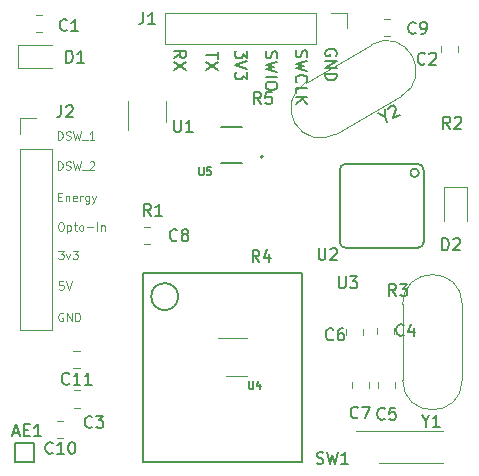
<source format=gto>
G04 #@! TF.GenerationSoftware,KiCad,Pcbnew,5.1.7-a382d34a8~88~ubuntu18.04.1*
G04 #@! TF.CreationDate,2021-11-20T11:26:47+05:30*
G04 #@! TF.ProjectId,FrontEnd_switch_Normal_v1,46726f6e-7445-46e6-945f-737769746368,rev?*
G04 #@! TF.SameCoordinates,Original*
G04 #@! TF.FileFunction,Legend,Top*
G04 #@! TF.FilePolarity,Positive*
%FSLAX46Y46*%
G04 Gerber Fmt 4.6, Leading zero omitted, Abs format (unit mm)*
G04 Created by KiCad (PCBNEW 5.1.7-a382d34a8~88~ubuntu18.04.1) date 2021-11-20 11:26:47*
%MOMM*%
%LPD*%
G01*
G04 APERTURE LIST*
%ADD10C,0.100000*%
%ADD11C,0.150000*%
%ADD12C,0.200000*%
%ADD13C,0.127000*%
%ADD14C,0.120000*%
G04 APERTURE END LIST*
D10*
X100547186Y-103251206D02*
X100213853Y-103251206D01*
X100180520Y-103584540D01*
X100213853Y-103551206D01*
X100280520Y-103517873D01*
X100447186Y-103517873D01*
X100513853Y-103551206D01*
X100547186Y-103584540D01*
X100580520Y-103651206D01*
X100580520Y-103817873D01*
X100547186Y-103884540D01*
X100513853Y-103917873D01*
X100447186Y-103951206D01*
X100280520Y-103951206D01*
X100213853Y-103917873D01*
X100180520Y-103884540D01*
X100780520Y-103251206D02*
X101013853Y-103951206D01*
X101247186Y-103251206D01*
X100131666Y-100652786D02*
X100565000Y-100652786D01*
X100331666Y-100919453D01*
X100431666Y-100919453D01*
X100498333Y-100952786D01*
X100531666Y-100986120D01*
X100565000Y-101052786D01*
X100565000Y-101219453D01*
X100531666Y-101286120D01*
X100498333Y-101319453D01*
X100431666Y-101352786D01*
X100231666Y-101352786D01*
X100165000Y-101319453D01*
X100131666Y-101286120D01*
X100798333Y-100886120D02*
X100965000Y-101352786D01*
X101131666Y-100886120D01*
X101331666Y-100652786D02*
X101765000Y-100652786D01*
X101531666Y-100919453D01*
X101631666Y-100919453D01*
X101698333Y-100952786D01*
X101731666Y-100986120D01*
X101765000Y-101052786D01*
X101765000Y-101219453D01*
X101731666Y-101286120D01*
X101698333Y-101319453D01*
X101631666Y-101352786D01*
X101431666Y-101352786D01*
X101365000Y-101319453D01*
X101331666Y-101286120D01*
X100101113Y-91235966D02*
X100101113Y-90535966D01*
X100267780Y-90535966D01*
X100367780Y-90569300D01*
X100434446Y-90635966D01*
X100467780Y-90702633D01*
X100501113Y-90835966D01*
X100501113Y-90935966D01*
X100467780Y-91069300D01*
X100434446Y-91135966D01*
X100367780Y-91202633D01*
X100267780Y-91235966D01*
X100101113Y-91235966D01*
X100767780Y-91202633D02*
X100867780Y-91235966D01*
X101034446Y-91235966D01*
X101101113Y-91202633D01*
X101134446Y-91169300D01*
X101167780Y-91102633D01*
X101167780Y-91035966D01*
X101134446Y-90969300D01*
X101101113Y-90935966D01*
X101034446Y-90902633D01*
X100901113Y-90869300D01*
X100834446Y-90835966D01*
X100801113Y-90802633D01*
X100767780Y-90735966D01*
X100767780Y-90669300D01*
X100801113Y-90602633D01*
X100834446Y-90569300D01*
X100901113Y-90535966D01*
X101067780Y-90535966D01*
X101167780Y-90569300D01*
X101401113Y-90535966D02*
X101567780Y-91235966D01*
X101701113Y-90735966D01*
X101834446Y-91235966D01*
X102001113Y-90535966D01*
X102101113Y-91302633D02*
X102634446Y-91302633D01*
X103167780Y-91235966D02*
X102767780Y-91235966D01*
X102967780Y-91235966D02*
X102967780Y-90535966D01*
X102901113Y-90635966D01*
X102834446Y-90702633D01*
X102767780Y-90735966D01*
X100505326Y-105941380D02*
X100438660Y-105908046D01*
X100338660Y-105908046D01*
X100238660Y-105941380D01*
X100171993Y-106008046D01*
X100138660Y-106074713D01*
X100105326Y-106208046D01*
X100105326Y-106308046D01*
X100138660Y-106441380D01*
X100171993Y-106508046D01*
X100238660Y-106574713D01*
X100338660Y-106608046D01*
X100405326Y-106608046D01*
X100505326Y-106574713D01*
X100538660Y-106541380D01*
X100538660Y-106308046D01*
X100405326Y-106308046D01*
X100838660Y-106608046D02*
X100838660Y-105908046D01*
X101238660Y-106608046D01*
X101238660Y-105908046D01*
X101571993Y-106608046D02*
X101571993Y-105908046D01*
X101738660Y-105908046D01*
X101838660Y-105941380D01*
X101905326Y-106008046D01*
X101938660Y-106074713D01*
X101971993Y-106208046D01*
X101971993Y-106308046D01*
X101938660Y-106441380D01*
X101905326Y-106508046D01*
X101838660Y-106574713D01*
X101738660Y-106608046D01*
X101571993Y-106608046D01*
X100283713Y-98247406D02*
X100417046Y-98247406D01*
X100483713Y-98280740D01*
X100550380Y-98347406D01*
X100583713Y-98480740D01*
X100583713Y-98714073D01*
X100550380Y-98847406D01*
X100483713Y-98914073D01*
X100417046Y-98947406D01*
X100283713Y-98947406D01*
X100217046Y-98914073D01*
X100150380Y-98847406D01*
X100117046Y-98714073D01*
X100117046Y-98480740D01*
X100150380Y-98347406D01*
X100217046Y-98280740D01*
X100283713Y-98247406D01*
X100883713Y-98480740D02*
X100883713Y-99180740D01*
X100883713Y-98514073D02*
X100950380Y-98480740D01*
X101083713Y-98480740D01*
X101150380Y-98514073D01*
X101183713Y-98547406D01*
X101217046Y-98614073D01*
X101217046Y-98814073D01*
X101183713Y-98880740D01*
X101150380Y-98914073D01*
X101083713Y-98947406D01*
X100950380Y-98947406D01*
X100883713Y-98914073D01*
X101417046Y-98480740D02*
X101683713Y-98480740D01*
X101517046Y-98247406D02*
X101517046Y-98847406D01*
X101550380Y-98914073D01*
X101617046Y-98947406D01*
X101683713Y-98947406D01*
X102017046Y-98947406D02*
X101950380Y-98914073D01*
X101917046Y-98880740D01*
X101883713Y-98814073D01*
X101883713Y-98614073D01*
X101917046Y-98547406D01*
X101950380Y-98514073D01*
X102017046Y-98480740D01*
X102117046Y-98480740D01*
X102183713Y-98514073D01*
X102217046Y-98547406D01*
X102250380Y-98614073D01*
X102250380Y-98814073D01*
X102217046Y-98880740D01*
X102183713Y-98914073D01*
X102117046Y-98947406D01*
X102017046Y-98947406D01*
X102550380Y-98680740D02*
X103083713Y-98680740D01*
X103417046Y-98947406D02*
X103417046Y-98247406D01*
X103750380Y-98480740D02*
X103750380Y-98947406D01*
X103750380Y-98547406D02*
X103783713Y-98514073D01*
X103850380Y-98480740D01*
X103950380Y-98480740D01*
X104017046Y-98514073D01*
X104050380Y-98580740D01*
X104050380Y-98947406D01*
X100132393Y-96076300D02*
X100365726Y-96076300D01*
X100465726Y-96442966D02*
X100132393Y-96442966D01*
X100132393Y-95742966D01*
X100465726Y-95742966D01*
X100765726Y-95976300D02*
X100765726Y-96442966D01*
X100765726Y-96042966D02*
X100799060Y-96009633D01*
X100865726Y-95976300D01*
X100965726Y-95976300D01*
X101032393Y-96009633D01*
X101065726Y-96076300D01*
X101065726Y-96442966D01*
X101665726Y-96409633D02*
X101599060Y-96442966D01*
X101465726Y-96442966D01*
X101399060Y-96409633D01*
X101365726Y-96342966D01*
X101365726Y-96076300D01*
X101399060Y-96009633D01*
X101465726Y-95976300D01*
X101599060Y-95976300D01*
X101665726Y-96009633D01*
X101699060Y-96076300D01*
X101699060Y-96142966D01*
X101365726Y-96209633D01*
X101999060Y-96442966D02*
X101999060Y-95976300D01*
X101999060Y-96109633D02*
X102032393Y-96042966D01*
X102065726Y-96009633D01*
X102132393Y-95976300D01*
X102199060Y-95976300D01*
X102732393Y-95976300D02*
X102732393Y-96542966D01*
X102699060Y-96609633D01*
X102665726Y-96642966D01*
X102599060Y-96676300D01*
X102499060Y-96676300D01*
X102432393Y-96642966D01*
X102732393Y-96409633D02*
X102665726Y-96442966D01*
X102532393Y-96442966D01*
X102465726Y-96409633D01*
X102432393Y-96376300D01*
X102399060Y-96309633D01*
X102399060Y-96109633D01*
X102432393Y-96042966D01*
X102465726Y-96009633D01*
X102532393Y-95976300D01*
X102665726Y-95976300D01*
X102732393Y-96009633D01*
X102999060Y-95976300D02*
X103165726Y-96442966D01*
X103332393Y-95976300D02*
X103165726Y-96442966D01*
X103099060Y-96609633D01*
X103065726Y-96642966D01*
X102999060Y-96676300D01*
X100101113Y-93786126D02*
X100101113Y-93086126D01*
X100267780Y-93086126D01*
X100367780Y-93119460D01*
X100434446Y-93186126D01*
X100467780Y-93252793D01*
X100501113Y-93386126D01*
X100501113Y-93486126D01*
X100467780Y-93619460D01*
X100434446Y-93686126D01*
X100367780Y-93752793D01*
X100267780Y-93786126D01*
X100101113Y-93786126D01*
X100767780Y-93752793D02*
X100867780Y-93786126D01*
X101034446Y-93786126D01*
X101101113Y-93752793D01*
X101134446Y-93719460D01*
X101167780Y-93652793D01*
X101167780Y-93586126D01*
X101134446Y-93519460D01*
X101101113Y-93486126D01*
X101034446Y-93452793D01*
X100901113Y-93419460D01*
X100834446Y-93386126D01*
X100801113Y-93352793D01*
X100767780Y-93286126D01*
X100767780Y-93219460D01*
X100801113Y-93152793D01*
X100834446Y-93119460D01*
X100901113Y-93086126D01*
X101067780Y-93086126D01*
X101167780Y-93119460D01*
X101401113Y-93086126D02*
X101567780Y-93786126D01*
X101701113Y-93286126D01*
X101834446Y-93786126D01*
X102001113Y-93086126D01*
X102101113Y-93852793D02*
X102634446Y-93852793D01*
X102767780Y-93152793D02*
X102801113Y-93119460D01*
X102867780Y-93086126D01*
X103034446Y-93086126D01*
X103101113Y-93119460D01*
X103134446Y-93152793D01*
X103167780Y-93219460D01*
X103167780Y-93286126D01*
X103134446Y-93386126D01*
X102734446Y-93786126D01*
X103167780Y-93786126D01*
D11*
X109918239Y-84311193D02*
X110394429Y-83977860D01*
X109918239Y-83739764D02*
X110918239Y-83739764D01*
X110918239Y-84120717D01*
X110870620Y-84215955D01*
X110823000Y-84263574D01*
X110727762Y-84311193D01*
X110584905Y-84311193D01*
X110489667Y-84263574D01*
X110442048Y-84215955D01*
X110394429Y-84120717D01*
X110394429Y-83739764D01*
X110918239Y-84644526D02*
X109918239Y-85311193D01*
X110918239Y-85311193D02*
X109918239Y-84644526D01*
X113641119Y-83832795D02*
X113641119Y-84404223D01*
X112641119Y-84118509D02*
X113641119Y-84118509D01*
X113641119Y-84642319D02*
X112641119Y-85308985D01*
X113641119Y-85308985D02*
X112641119Y-84642319D01*
X116112539Y-83719824D02*
X116112539Y-84338872D01*
X115731586Y-84005539D01*
X115731586Y-84148396D01*
X115683967Y-84243634D01*
X115636348Y-84291253D01*
X115541110Y-84338872D01*
X115303015Y-84338872D01*
X115207777Y-84291253D01*
X115160158Y-84243634D01*
X115112539Y-84148396D01*
X115112539Y-83862681D01*
X115160158Y-83767443D01*
X115207777Y-83719824D01*
X116112539Y-84624586D02*
X115112539Y-84957920D01*
X116112539Y-85291253D01*
X116112539Y-85529348D02*
X116112539Y-86148396D01*
X115731586Y-85815062D01*
X115731586Y-85957920D01*
X115683967Y-86053158D01*
X115636348Y-86100777D01*
X115541110Y-86148396D01*
X115303015Y-86148396D01*
X115207777Y-86100777D01*
X115160158Y-86053158D01*
X115112539Y-85957920D01*
X115112539Y-85672205D01*
X115160158Y-85576967D01*
X115207777Y-85529348D01*
X120263018Y-83689155D02*
X120215399Y-83832012D01*
X120215399Y-84070107D01*
X120263018Y-84165345D01*
X120310637Y-84212964D01*
X120405875Y-84260583D01*
X120501113Y-84260583D01*
X120596351Y-84212964D01*
X120643970Y-84165345D01*
X120691589Y-84070107D01*
X120739208Y-83879631D01*
X120786827Y-83784393D01*
X120834446Y-83736774D01*
X120929684Y-83689155D01*
X121024922Y-83689155D01*
X121120160Y-83736774D01*
X121167780Y-83784393D01*
X121215399Y-83879631D01*
X121215399Y-84117726D01*
X121167780Y-84260583D01*
X121215399Y-84593917D02*
X120215399Y-84832012D01*
X120929684Y-85022488D01*
X120215399Y-85212964D01*
X121215399Y-85451060D01*
X120310637Y-86403440D02*
X120263018Y-86355821D01*
X120215399Y-86212964D01*
X120215399Y-86117726D01*
X120263018Y-85974869D01*
X120358256Y-85879631D01*
X120453494Y-85832012D01*
X120643970Y-85784393D01*
X120786827Y-85784393D01*
X120977303Y-85832012D01*
X121072541Y-85879631D01*
X121167780Y-85974869D01*
X121215399Y-86117726D01*
X121215399Y-86212964D01*
X121167780Y-86355821D01*
X121120160Y-86403440D01*
X120215399Y-87308202D02*
X120215399Y-86832012D01*
X121215399Y-86832012D01*
X120215399Y-87641536D02*
X121215399Y-87641536D01*
X120215399Y-88212964D02*
X120786827Y-87784393D01*
X121215399Y-88212964D02*
X120643970Y-87641536D01*
X117720478Y-83778292D02*
X117672859Y-83921149D01*
X117672859Y-84159244D01*
X117720478Y-84254482D01*
X117768097Y-84302101D01*
X117863335Y-84349720D01*
X117958573Y-84349720D01*
X118053811Y-84302101D01*
X118101430Y-84254482D01*
X118149049Y-84159244D01*
X118196668Y-83968768D01*
X118244287Y-83873530D01*
X118291906Y-83825911D01*
X118387144Y-83778292D01*
X118482382Y-83778292D01*
X118577620Y-83825911D01*
X118625240Y-83873530D01*
X118672859Y-83968768D01*
X118672859Y-84206863D01*
X118625240Y-84349720D01*
X118672859Y-84683054D02*
X117672859Y-84921149D01*
X118387144Y-85111625D01*
X117672859Y-85302101D01*
X118672859Y-85540197D01*
X117672859Y-85921149D02*
X118672859Y-85921149D01*
X118672859Y-86587816D02*
X118672859Y-86778292D01*
X118625240Y-86873530D01*
X118530001Y-86968768D01*
X118339525Y-87016387D01*
X118006192Y-87016387D01*
X117815716Y-86968768D01*
X117720478Y-86873530D01*
X117672859Y-86778292D01*
X117672859Y-86587816D01*
X117720478Y-86492578D01*
X117815716Y-86397340D01*
X118006192Y-86349720D01*
X118339525Y-86349720D01*
X118530001Y-86397340D01*
X118625240Y-86492578D01*
X118672859Y-86587816D01*
X123656980Y-84124895D02*
X123704599Y-84029657D01*
X123704599Y-83886800D01*
X123656980Y-83743942D01*
X123561741Y-83648704D01*
X123466503Y-83601085D01*
X123276027Y-83553466D01*
X123133170Y-83553466D01*
X122942694Y-83601085D01*
X122847456Y-83648704D01*
X122752218Y-83743942D01*
X122704599Y-83886800D01*
X122704599Y-83982038D01*
X122752218Y-84124895D01*
X122799837Y-84172514D01*
X123133170Y-84172514D01*
X123133170Y-83982038D01*
X122704599Y-84601085D02*
X123704599Y-84601085D01*
X122704599Y-85172514D01*
X123704599Y-85172514D01*
X122704599Y-85648704D02*
X123704599Y-85648704D01*
X123704599Y-85886800D01*
X123656980Y-86029657D01*
X123561741Y-86124895D01*
X123466503Y-86172514D01*
X123276027Y-86220133D01*
X123133170Y-86220133D01*
X122942694Y-86172514D01*
X122847456Y-86124895D01*
X122752218Y-86029657D01*
X122704599Y-85886800D01*
X122704599Y-85648704D01*
D12*
X117451000Y-92702400D02*
G75*
G03*
X117451000Y-92702400I-100000J0D01*
G01*
D13*
X113911000Y-93241400D02*
X115711000Y-93241400D01*
X113911000Y-90131400D02*
X115711000Y-90131400D01*
D14*
X134704000Y-98118100D02*
X134704000Y-95258100D01*
X134704000Y-95258100D02*
X132784000Y-95258100D01*
X132784000Y-95258100D02*
X132784000Y-98118100D01*
X99585000Y-83268900D02*
X96725000Y-83268900D01*
X96725000Y-83268900D02*
X96725000Y-85188900D01*
X96725000Y-85188900D02*
X99585000Y-85188900D01*
X96891900Y-107331000D02*
X99551900Y-107331000D01*
X96891900Y-92031000D02*
X96891900Y-107331000D01*
X99551900Y-92031000D02*
X99551900Y-107331000D01*
X96891900Y-92031000D02*
X99551900Y-92031000D01*
X96891900Y-90761000D02*
X96891900Y-89431000D01*
X96891900Y-89431000D02*
X98221900Y-89431000D01*
X101396748Y-109097000D02*
X101919252Y-109097000D01*
X101396748Y-110567000D02*
X101919252Y-110567000D01*
X99979748Y-115074000D02*
X100502252Y-115074000D01*
X99979748Y-116544000D02*
X100502252Y-116544000D01*
X127713748Y-81032700D02*
X128236252Y-81032700D01*
X127713748Y-82502700D02*
X128236252Y-82502700D01*
X107393748Y-98609500D02*
X107916252Y-98609500D01*
X107393748Y-100079500D02*
X107916252Y-100079500D01*
X124965000Y-112245252D02*
X124965000Y-111722748D01*
X126435000Y-112245252D02*
X126435000Y-111722748D01*
X125909000Y-107279748D02*
X125909000Y-107802252D01*
X124439000Y-107279748D02*
X124439000Y-107802252D01*
X127177000Y-112285252D02*
X127177000Y-111762748D01*
X128647000Y-112285252D02*
X128647000Y-111762748D01*
X128581000Y-107155748D02*
X128581000Y-107678252D01*
X127111000Y-107155748D02*
X127111000Y-107678252D01*
X101475748Y-112475000D02*
X101998252Y-112475000D01*
X101475748Y-113945000D02*
X101998252Y-113945000D01*
X133968000Y-83319948D02*
X133968000Y-83842452D01*
X132498000Y-83319948D02*
X132498000Y-83842452D01*
X98229748Y-80659300D02*
X98752252Y-80659300D01*
X98229748Y-82129300D02*
X98752252Y-82129300D01*
X109193000Y-80503700D02*
X109193000Y-83163700D01*
X121953000Y-80503700D02*
X109193000Y-80503700D01*
X121953000Y-83163700D02*
X109193000Y-83163700D01*
X121953000Y-80503700D02*
X121953000Y-83163700D01*
X123223000Y-80503700D02*
X124553000Y-80503700D01*
X124553000Y-80503700D02*
X124553000Y-81833700D01*
D11*
X130543000Y-93291700D02*
X124447000Y-93291700D01*
X123939000Y-93799700D02*
X123939000Y-99895700D01*
X124447000Y-100403700D02*
X130543000Y-100403700D01*
X131051000Y-99895700D02*
X131051000Y-93799700D01*
X130648210Y-94053700D02*
G75*
G03*
X130648210Y-94053700I-359210J0D01*
G01*
X123939000Y-99895700D02*
G75*
G03*
X124447000Y-100403700I508000J0D01*
G01*
X124447000Y-93291700D02*
G75*
G03*
X123939000Y-93799700I0J-508000D01*
G01*
X130543000Y-100403700D02*
G75*
G03*
X131051000Y-99895700I0J508000D01*
G01*
X131051000Y-93799700D02*
G75*
G03*
X130543000Y-93291700I-508000J0D01*
G01*
X96487100Y-116904000D02*
X98087100Y-116904000D01*
X98087100Y-116904000D02*
X98087100Y-118504000D01*
X98087100Y-118504000D02*
X96487100Y-118504000D01*
X96487100Y-118504000D02*
X96487100Y-116904000D01*
D14*
X127254000Y-118612000D02*
X132654000Y-118612000D01*
X125344000Y-115952000D02*
X132654000Y-115952000D01*
X106045000Y-87956800D02*
X106045000Y-90406800D01*
X109265000Y-89756800D02*
X109265000Y-87956800D01*
D11*
X110266175Y-104533000D02*
G75*
G03*
X110266175Y-104533000I-1140175J0D01*
G01*
X107326000Y-118533000D02*
X107326000Y-102533000D01*
X107326000Y-102533000D02*
X120726000Y-102533000D01*
X120726000Y-102533000D02*
X120726000Y-118523000D01*
X120726000Y-118523000D02*
X107326000Y-118533000D01*
D14*
X114289000Y-111247000D02*
X116089000Y-111247000D01*
X116089000Y-108027000D02*
X113639000Y-108027000D01*
X134321000Y-105191000D02*
X134321000Y-111591000D01*
X129271000Y-105191000D02*
X129271000Y-111591000D01*
X129271000Y-105191000D02*
G75*
G02*
X134321000Y-105191000I2525000J0D01*
G01*
X129271000Y-111591000D02*
G75*
G03*
X134321000Y-111591000I2525000J0D01*
G01*
X123601321Y-90780914D02*
X129143883Y-87580914D01*
X121076321Y-86407486D02*
X126618883Y-83207486D01*
X129143883Y-87580914D02*
G75*
G03*
X126618883Y-83207486I-1262500J2186714D01*
G01*
X123601321Y-90780914D02*
G75*
G02*
X121076321Y-86407486I-1262500J2186714D01*
G01*
D11*
X112050080Y-93596523D02*
X112050080Y-94114619D01*
X112080557Y-94175571D01*
X112111033Y-94206047D01*
X112171985Y-94236523D01*
X112293890Y-94236523D01*
X112354842Y-94206047D01*
X112385319Y-94175571D01*
X112415795Y-94114619D01*
X112415795Y-93596523D01*
X113025319Y-93596523D02*
X112720557Y-93596523D01*
X112690080Y-93901285D01*
X112720557Y-93870809D01*
X112781509Y-93840333D01*
X112933890Y-93840333D01*
X112994842Y-93870809D01*
X113025319Y-93901285D01*
X113055795Y-93962238D01*
X113055795Y-94114619D01*
X113025319Y-94175571D01*
X112994842Y-94206047D01*
X112933890Y-94236523D01*
X112781509Y-94236523D01*
X112720557Y-94206047D01*
X112690080Y-94175571D01*
X132627444Y-100593080D02*
X132627444Y-99593080D01*
X132865540Y-99593080D01*
X133008397Y-99640700D01*
X133103635Y-99735938D01*
X133151254Y-99831176D01*
X133198873Y-100021652D01*
X133198873Y-100164509D01*
X133151254Y-100354985D01*
X133103635Y-100450223D01*
X133008397Y-100545461D01*
X132865540Y-100593080D01*
X132627444Y-100593080D01*
X133579825Y-99688319D02*
X133627444Y-99640700D01*
X133722682Y-99593080D01*
X133960778Y-99593080D01*
X134056016Y-99640700D01*
X134103635Y-99688319D01*
X134151254Y-99783557D01*
X134151254Y-99878795D01*
X134103635Y-100021652D01*
X133532206Y-100593080D01*
X134151254Y-100593080D01*
X100772984Y-84721920D02*
X100772984Y-83721920D01*
X101011080Y-83721920D01*
X101153937Y-83769540D01*
X101249175Y-83864778D01*
X101296794Y-83960016D01*
X101344413Y-84150492D01*
X101344413Y-84293349D01*
X101296794Y-84483825D01*
X101249175Y-84579063D01*
X101153937Y-84674301D01*
X101011080Y-84721920D01*
X100772984Y-84721920D01*
X102296794Y-84721920D02*
X101725365Y-84721920D01*
X102011080Y-84721920D02*
X102011080Y-83721920D01*
X101915841Y-83864778D01*
X101820603Y-83960016D01*
X101725365Y-84007635D01*
X117278853Y-88224620D02*
X116945520Y-87748430D01*
X116707424Y-88224620D02*
X116707424Y-87224620D01*
X117088377Y-87224620D01*
X117183615Y-87272240D01*
X117231234Y-87319859D01*
X117278853Y-87415097D01*
X117278853Y-87557954D01*
X117231234Y-87653192D01*
X117183615Y-87700811D01*
X117088377Y-87748430D01*
X116707424Y-87748430D01*
X118183615Y-87224620D02*
X117707424Y-87224620D01*
X117659805Y-87700811D01*
X117707424Y-87653192D01*
X117802662Y-87605573D01*
X118040758Y-87605573D01*
X118135996Y-87653192D01*
X118183615Y-87700811D01*
X118231234Y-87796049D01*
X118231234Y-88034144D01*
X118183615Y-88129382D01*
X118135996Y-88177001D01*
X118040758Y-88224620D01*
X117802662Y-88224620D01*
X117707424Y-88177001D01*
X117659805Y-88129382D01*
X117137973Y-101590420D02*
X116804640Y-101114230D01*
X116566544Y-101590420D02*
X116566544Y-100590420D01*
X116947497Y-100590420D01*
X117042735Y-100638040D01*
X117090354Y-100685659D01*
X117137973Y-100780897D01*
X117137973Y-100923754D01*
X117090354Y-101018992D01*
X117042735Y-101066611D01*
X116947497Y-101114230D01*
X116566544Y-101114230D01*
X117995116Y-100923754D02*
X117995116Y-101590420D01*
X117757020Y-100542801D02*
X117518925Y-101257087D01*
X118137973Y-101257087D01*
X128718053Y-104484580D02*
X128384720Y-104008390D01*
X128146624Y-104484580D02*
X128146624Y-103484580D01*
X128527577Y-103484580D01*
X128622815Y-103532200D01*
X128670434Y-103579819D01*
X128718053Y-103675057D01*
X128718053Y-103817914D01*
X128670434Y-103913152D01*
X128622815Y-103960771D01*
X128527577Y-104008390D01*
X128146624Y-104008390D01*
X129051386Y-103484580D02*
X129670434Y-103484580D01*
X129337100Y-103865533D01*
X129479958Y-103865533D01*
X129575196Y-103913152D01*
X129622815Y-103960771D01*
X129670434Y-104056009D01*
X129670434Y-104294104D01*
X129622815Y-104389342D01*
X129575196Y-104436961D01*
X129479958Y-104484580D01*
X129194243Y-104484580D01*
X129099005Y-104436961D01*
X129051386Y-104389342D01*
X133297413Y-90300420D02*
X132964080Y-89824230D01*
X132725984Y-90300420D02*
X132725984Y-89300420D01*
X133106937Y-89300420D01*
X133202175Y-89348040D01*
X133249794Y-89395659D01*
X133297413Y-89490897D01*
X133297413Y-89633754D01*
X133249794Y-89728992D01*
X133202175Y-89776611D01*
X133106937Y-89824230D01*
X132725984Y-89824230D01*
X133678365Y-89395659D02*
X133725984Y-89348040D01*
X133821222Y-89300420D01*
X134059318Y-89300420D01*
X134154556Y-89348040D01*
X134202175Y-89395659D01*
X134249794Y-89490897D01*
X134249794Y-89586135D01*
X134202175Y-89728992D01*
X133630746Y-90300420D01*
X134249794Y-90300420D01*
X107956333Y-97687680D02*
X107623000Y-97211490D01*
X107384904Y-97687680D02*
X107384904Y-96687680D01*
X107765857Y-96687680D01*
X107861095Y-96735300D01*
X107908714Y-96782919D01*
X107956333Y-96878157D01*
X107956333Y-97021014D01*
X107908714Y-97116252D01*
X107861095Y-97163871D01*
X107765857Y-97211490D01*
X107384904Y-97211490D01*
X108908714Y-97687680D02*
X108337285Y-97687680D01*
X108623000Y-97687680D02*
X108623000Y-96687680D01*
X108527761Y-96830538D01*
X108432523Y-96925776D01*
X108337285Y-96973395D01*
X100349826Y-88351560D02*
X100349826Y-89065846D01*
X100302207Y-89208703D01*
X100206969Y-89303941D01*
X100064112Y-89351560D01*
X99968874Y-89351560D01*
X100778398Y-88446799D02*
X100826017Y-88399180D01*
X100921255Y-88351560D01*
X101159350Y-88351560D01*
X101254588Y-88399180D01*
X101302207Y-88446799D01*
X101349826Y-88542037D01*
X101349826Y-88637275D01*
X101302207Y-88780132D01*
X100730779Y-89351560D01*
X101349826Y-89351560D01*
X101043082Y-111885862D02*
X100995463Y-111933481D01*
X100852606Y-111981100D01*
X100757368Y-111981100D01*
X100614511Y-111933481D01*
X100519273Y-111838243D01*
X100471654Y-111743005D01*
X100424035Y-111552529D01*
X100424035Y-111409672D01*
X100471654Y-111219196D01*
X100519273Y-111123958D01*
X100614511Y-111028720D01*
X100757368Y-110981100D01*
X100852606Y-110981100D01*
X100995463Y-111028720D01*
X101043082Y-111076339D01*
X101995463Y-111981100D02*
X101424035Y-111981100D01*
X101709749Y-111981100D02*
X101709749Y-110981100D01*
X101614511Y-111123958D01*
X101519273Y-111219196D01*
X101424035Y-111266815D01*
X102947844Y-111981100D02*
X102376416Y-111981100D01*
X102662130Y-111981100D02*
X102662130Y-110981100D01*
X102566892Y-111123958D01*
X102471654Y-111219196D01*
X102376416Y-111266815D01*
X99646402Y-117753642D02*
X99598783Y-117801261D01*
X99455926Y-117848880D01*
X99360688Y-117848880D01*
X99217831Y-117801261D01*
X99122593Y-117706023D01*
X99074974Y-117610785D01*
X99027355Y-117420309D01*
X99027355Y-117277452D01*
X99074974Y-117086976D01*
X99122593Y-116991738D01*
X99217831Y-116896500D01*
X99360688Y-116848880D01*
X99455926Y-116848880D01*
X99598783Y-116896500D01*
X99646402Y-116944119D01*
X100598783Y-117848880D02*
X100027355Y-117848880D01*
X100313069Y-117848880D02*
X100313069Y-116848880D01*
X100217831Y-116991738D01*
X100122593Y-117086976D01*
X100027355Y-117134595D01*
X101217831Y-116848880D02*
X101313069Y-116848880D01*
X101408307Y-116896500D01*
X101455926Y-116944119D01*
X101503545Y-117039357D01*
X101551164Y-117229833D01*
X101551164Y-117467928D01*
X101503545Y-117658404D01*
X101455926Y-117753642D01*
X101408307Y-117801261D01*
X101313069Y-117848880D01*
X101217831Y-117848880D01*
X101122593Y-117801261D01*
X101074974Y-117753642D01*
X101027355Y-117658404D01*
X100979736Y-117467928D01*
X100979736Y-117229833D01*
X101027355Y-117039357D01*
X101074974Y-116944119D01*
X101122593Y-116896500D01*
X101217831Y-116848880D01*
X130373933Y-82183302D02*
X130326314Y-82230921D01*
X130183457Y-82278540D01*
X130088219Y-82278540D01*
X129945361Y-82230921D01*
X129850123Y-82135683D01*
X129802504Y-82040445D01*
X129754885Y-81849969D01*
X129754885Y-81707112D01*
X129802504Y-81516636D01*
X129850123Y-81421398D01*
X129945361Y-81326160D01*
X130088219Y-81278540D01*
X130183457Y-81278540D01*
X130326314Y-81326160D01*
X130373933Y-81373779D01*
X130850123Y-82278540D02*
X131040600Y-82278540D01*
X131135838Y-82230921D01*
X131183457Y-82183302D01*
X131278695Y-82040445D01*
X131326314Y-81849969D01*
X131326314Y-81469017D01*
X131278695Y-81373779D01*
X131231076Y-81326160D01*
X131135838Y-81278540D01*
X130945361Y-81278540D01*
X130850123Y-81326160D01*
X130802504Y-81373779D01*
X130754885Y-81469017D01*
X130754885Y-81707112D01*
X130802504Y-81802350D01*
X130850123Y-81849969D01*
X130945361Y-81897588D01*
X131135838Y-81897588D01*
X131231076Y-81849969D01*
X131278695Y-81802350D01*
X131326314Y-81707112D01*
X110173113Y-99742282D02*
X110125494Y-99789901D01*
X109982637Y-99837520D01*
X109887399Y-99837520D01*
X109744541Y-99789901D01*
X109649303Y-99694663D01*
X109601684Y-99599425D01*
X109554065Y-99408949D01*
X109554065Y-99266092D01*
X109601684Y-99075616D01*
X109649303Y-98980378D01*
X109744541Y-98885140D01*
X109887399Y-98837520D01*
X109982637Y-98837520D01*
X110125494Y-98885140D01*
X110173113Y-98932759D01*
X110744541Y-99266092D02*
X110649303Y-99218473D01*
X110601684Y-99170854D01*
X110554065Y-99075616D01*
X110554065Y-99027997D01*
X110601684Y-98932759D01*
X110649303Y-98885140D01*
X110744541Y-98837520D01*
X110935018Y-98837520D01*
X111030256Y-98885140D01*
X111077875Y-98932759D01*
X111125494Y-99027997D01*
X111125494Y-99075616D01*
X111077875Y-99170854D01*
X111030256Y-99218473D01*
X110935018Y-99266092D01*
X110744541Y-99266092D01*
X110649303Y-99313711D01*
X110601684Y-99361330D01*
X110554065Y-99456568D01*
X110554065Y-99647044D01*
X110601684Y-99742282D01*
X110649303Y-99789901D01*
X110744541Y-99837520D01*
X110935018Y-99837520D01*
X111030256Y-99789901D01*
X111077875Y-99742282D01*
X111125494Y-99647044D01*
X111125494Y-99456568D01*
X111077875Y-99361330D01*
X111030256Y-99313711D01*
X110935018Y-99266092D01*
X125482053Y-114753662D02*
X125434434Y-114801281D01*
X125291577Y-114848900D01*
X125196339Y-114848900D01*
X125053481Y-114801281D01*
X124958243Y-114706043D01*
X124910624Y-114610805D01*
X124863005Y-114420329D01*
X124863005Y-114277472D01*
X124910624Y-114086996D01*
X124958243Y-113991758D01*
X125053481Y-113896520D01*
X125196339Y-113848900D01*
X125291577Y-113848900D01*
X125434434Y-113896520D01*
X125482053Y-113944139D01*
X125815386Y-113848900D02*
X126482053Y-113848900D01*
X126053481Y-114848900D01*
X123399513Y-108134362D02*
X123351894Y-108181981D01*
X123209037Y-108229600D01*
X123113799Y-108229600D01*
X122970941Y-108181981D01*
X122875703Y-108086743D01*
X122828084Y-107991505D01*
X122780465Y-107801029D01*
X122780465Y-107658172D01*
X122828084Y-107467696D01*
X122875703Y-107372458D01*
X122970941Y-107277220D01*
X123113799Y-107229600D01*
X123209037Y-107229600D01*
X123351894Y-107277220D01*
X123399513Y-107324839D01*
X124256656Y-107229600D02*
X124066180Y-107229600D01*
X123970941Y-107277220D01*
X123923322Y-107324839D01*
X123828084Y-107467696D01*
X123780465Y-107658172D01*
X123780465Y-108039124D01*
X123828084Y-108134362D01*
X123875703Y-108181981D01*
X123970941Y-108229600D01*
X124161418Y-108229600D01*
X124256656Y-108181981D01*
X124304275Y-108134362D01*
X124351894Y-108039124D01*
X124351894Y-107801029D01*
X124304275Y-107705791D01*
X124256656Y-107658172D01*
X124161418Y-107610553D01*
X123970941Y-107610553D01*
X123875703Y-107658172D01*
X123828084Y-107705791D01*
X123780465Y-107801029D01*
X127750273Y-114860342D02*
X127702654Y-114907961D01*
X127559797Y-114955580D01*
X127464559Y-114955580D01*
X127321701Y-114907961D01*
X127226463Y-114812723D01*
X127178844Y-114717485D01*
X127131225Y-114527009D01*
X127131225Y-114384152D01*
X127178844Y-114193676D01*
X127226463Y-114098438D01*
X127321701Y-114003200D01*
X127464559Y-113955580D01*
X127559797Y-113955580D01*
X127702654Y-114003200D01*
X127750273Y-114050819D01*
X128655035Y-113955580D02*
X128178844Y-113955580D01*
X128131225Y-114431771D01*
X128178844Y-114384152D01*
X128274082Y-114336533D01*
X128512178Y-114336533D01*
X128607416Y-114384152D01*
X128655035Y-114431771D01*
X128702654Y-114527009D01*
X128702654Y-114765104D01*
X128655035Y-114860342D01*
X128607416Y-114907961D01*
X128512178Y-114955580D01*
X128274082Y-114955580D01*
X128178844Y-114907961D01*
X128131225Y-114860342D01*
X129357973Y-107766342D02*
X129310354Y-107813961D01*
X129167497Y-107861580D01*
X129072259Y-107861580D01*
X128929401Y-107813961D01*
X128834163Y-107718723D01*
X128786544Y-107623485D01*
X128738925Y-107433009D01*
X128738925Y-107290152D01*
X128786544Y-107099676D01*
X128834163Y-107004438D01*
X128929401Y-106909200D01*
X129072259Y-106861580D01*
X129167497Y-106861580D01*
X129310354Y-106909200D01*
X129357973Y-106956819D01*
X130215116Y-107194914D02*
X130215116Y-107861580D01*
X129977020Y-106813961D02*
X129738925Y-107528247D01*
X130357973Y-107528247D01*
X102987653Y-115543262D02*
X102940034Y-115590881D01*
X102797177Y-115638500D01*
X102701939Y-115638500D01*
X102559081Y-115590881D01*
X102463843Y-115495643D01*
X102416224Y-115400405D01*
X102368605Y-115209929D01*
X102368605Y-115067072D01*
X102416224Y-114876596D01*
X102463843Y-114781358D01*
X102559081Y-114686120D01*
X102701939Y-114638500D01*
X102797177Y-114638500D01*
X102940034Y-114686120D01*
X102987653Y-114733739D01*
X103320986Y-114638500D02*
X103940034Y-114638500D01*
X103606700Y-115019453D01*
X103749558Y-115019453D01*
X103844796Y-115067072D01*
X103892415Y-115114691D01*
X103940034Y-115209929D01*
X103940034Y-115448024D01*
X103892415Y-115543262D01*
X103844796Y-115590881D01*
X103749558Y-115638500D01*
X103463843Y-115638500D01*
X103368605Y-115590881D01*
X103320986Y-115543262D01*
X131153713Y-84796862D02*
X131106094Y-84844481D01*
X130963237Y-84892100D01*
X130867999Y-84892100D01*
X130725141Y-84844481D01*
X130629903Y-84749243D01*
X130582284Y-84654005D01*
X130534665Y-84463529D01*
X130534665Y-84320672D01*
X130582284Y-84130196D01*
X130629903Y-84034958D01*
X130725141Y-83939720D01*
X130867999Y-83892100D01*
X130963237Y-83892100D01*
X131106094Y-83939720D01*
X131153713Y-83987339D01*
X131534665Y-83987339D02*
X131582284Y-83939720D01*
X131677522Y-83892100D01*
X131915618Y-83892100D01*
X132010856Y-83939720D01*
X132058475Y-83987339D01*
X132106094Y-84082577D01*
X132106094Y-84177815D01*
X132058475Y-84320672D01*
X131487046Y-84892100D01*
X132106094Y-84892100D01*
X100849093Y-81952102D02*
X100801474Y-81999721D01*
X100658617Y-82047340D01*
X100563379Y-82047340D01*
X100420521Y-81999721D01*
X100325283Y-81904483D01*
X100277664Y-81809245D01*
X100230045Y-81618769D01*
X100230045Y-81475912D01*
X100277664Y-81285436D01*
X100325283Y-81190198D01*
X100420521Y-81094960D01*
X100563379Y-81047340D01*
X100658617Y-81047340D01*
X100801474Y-81094960D01*
X100849093Y-81142579D01*
X101801474Y-82047340D02*
X101230045Y-82047340D01*
X101515760Y-82047340D02*
X101515760Y-81047340D01*
X101420521Y-81190198D01*
X101325283Y-81285436D01*
X101230045Y-81333055D01*
X107309306Y-80455500D02*
X107309306Y-81169786D01*
X107261687Y-81312643D01*
X107166449Y-81407881D01*
X107023592Y-81455500D01*
X106928354Y-81455500D01*
X108309306Y-81455500D02*
X107737878Y-81455500D01*
X108023592Y-81455500D02*
X108023592Y-80455500D01*
X107928354Y-80598358D01*
X107833116Y-80693596D01*
X107737878Y-80741215D01*
X122161115Y-100422500D02*
X122161115Y-101232024D01*
X122208734Y-101327262D01*
X122256353Y-101374881D01*
X122351591Y-101422500D01*
X122542067Y-101422500D01*
X122637305Y-101374881D01*
X122684924Y-101327262D01*
X122732543Y-101232024D01*
X122732543Y-100422500D01*
X123161115Y-100517739D02*
X123208734Y-100470120D01*
X123303972Y-100422500D01*
X123542067Y-100422500D01*
X123637305Y-100470120D01*
X123684924Y-100517739D01*
X123732543Y-100612977D01*
X123732543Y-100708215D01*
X123684924Y-100851072D01*
X123113496Y-101422500D01*
X123732543Y-101422500D01*
X96321093Y-116046946D02*
X96797283Y-116046946D01*
X96225855Y-116332660D02*
X96559188Y-115332660D01*
X96892521Y-116332660D01*
X97225855Y-115808851D02*
X97559188Y-115808851D01*
X97702045Y-116332660D02*
X97225855Y-116332660D01*
X97225855Y-115332660D01*
X97702045Y-115332660D01*
X98654426Y-116332660D02*
X98082998Y-116332660D01*
X98368712Y-116332660D02*
X98368712Y-115332660D01*
X98273474Y-115475518D01*
X98178236Y-115570756D01*
X98082998Y-115618375D01*
X122001426Y-118639261D02*
X122144283Y-118686880D01*
X122382379Y-118686880D01*
X122477617Y-118639261D01*
X122525236Y-118591642D01*
X122572855Y-118496404D01*
X122572855Y-118401166D01*
X122525236Y-118305928D01*
X122477617Y-118258309D01*
X122382379Y-118210690D01*
X122191902Y-118163071D01*
X122096664Y-118115452D01*
X122049045Y-118067833D01*
X122001426Y-117972595D01*
X122001426Y-117877357D01*
X122049045Y-117782119D01*
X122096664Y-117734500D01*
X122191902Y-117686880D01*
X122429998Y-117686880D01*
X122572855Y-117734500D01*
X122906188Y-117686880D02*
X123144283Y-118686880D01*
X123334760Y-117972595D01*
X123525236Y-118686880D01*
X123763331Y-117686880D01*
X124668093Y-118686880D02*
X124096664Y-118686880D01*
X124382379Y-118686880D02*
X124382379Y-117686880D01*
X124287140Y-117829738D01*
X124191902Y-117924976D01*
X124096664Y-117972595D01*
X109928395Y-89589340D02*
X109928395Y-90398864D01*
X109976014Y-90494102D01*
X110023633Y-90541721D01*
X110118871Y-90589340D01*
X110309347Y-90589340D01*
X110404585Y-90541721D01*
X110452204Y-90494102D01*
X110499823Y-90398864D01*
X110499823Y-89589340D01*
X111499823Y-90589340D02*
X110928395Y-90589340D01*
X111214109Y-90589340D02*
X111214109Y-89589340D01*
X111118871Y-89732198D01*
X111023633Y-89827436D01*
X110928395Y-89875055D01*
X123868155Y-102830200D02*
X123868155Y-103639724D01*
X123915774Y-103734962D01*
X123963393Y-103782581D01*
X124058631Y-103830200D01*
X124249107Y-103830200D01*
X124344345Y-103782581D01*
X124391964Y-103734962D01*
X124439583Y-103639724D01*
X124439583Y-102830200D01*
X124820536Y-102830200D02*
X125439583Y-102830200D01*
X125106250Y-103211153D01*
X125249107Y-103211153D01*
X125344345Y-103258772D01*
X125391964Y-103306391D01*
X125439583Y-103401629D01*
X125439583Y-103639724D01*
X125391964Y-103734962D01*
X125344345Y-103782581D01*
X125249107Y-103830200D01*
X124963393Y-103830200D01*
X124868155Y-103782581D01*
X124820536Y-103734962D01*
X116268560Y-111712223D02*
X116268560Y-112230319D01*
X116299037Y-112291271D01*
X116329513Y-112321747D01*
X116390465Y-112352223D01*
X116512370Y-112352223D01*
X116573322Y-112321747D01*
X116603799Y-112291271D01*
X116634275Y-112230319D01*
X116634275Y-111712223D01*
X117213322Y-111925557D02*
X117213322Y-112352223D01*
X117060941Y-111681747D02*
X116908560Y-112138890D01*
X117304751Y-112138890D01*
X131213129Y-115078810D02*
X131213129Y-115555000D01*
X130879796Y-114555000D02*
X131213129Y-115078810D01*
X131546462Y-114555000D01*
X132403605Y-115555000D02*
X131832177Y-115555000D01*
X132117891Y-115555000D02*
X132117891Y-114555000D01*
X132022653Y-114697858D01*
X131927415Y-114793096D01*
X131832177Y-114840715D01*
X127746682Y-89310515D02*
X127984777Y-89722908D01*
X127196102Y-89023549D02*
X127746682Y-89310515D01*
X127773452Y-88690216D01*
X128068507Y-88629838D02*
X128085937Y-88564789D01*
X128144606Y-88475930D01*
X128350802Y-88356883D01*
X128457090Y-88350503D01*
X128522139Y-88367933D01*
X128610998Y-88426602D01*
X128658617Y-88509080D01*
X128688806Y-88656608D01*
X128479649Y-89437194D01*
X129015760Y-89127670D01*
M02*

</source>
